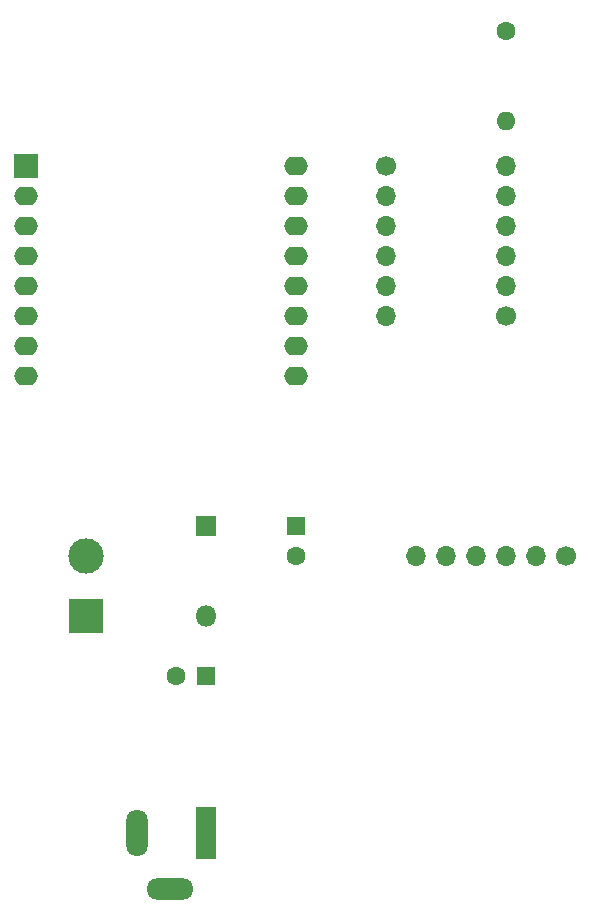
<source format=gbs>
%TF.GenerationSoftware,KiCad,Pcbnew,5.1.10*%
%TF.CreationDate,2021-10-31T13:45:51+01:00*%
%TF.ProjectId,binaryclock,62696e61-7279-4636-9c6f-636b2e6b6963,rev?*%
%TF.SameCoordinates,Original*%
%TF.FileFunction,Soldermask,Bot*%
%TF.FilePolarity,Negative*%
%FSLAX46Y46*%
G04 Gerber Fmt 4.6, Leading zero omitted, Abs format (unit mm)*
G04 Created by KiCad (PCBNEW 5.1.10) date 2021-10-31 13:45:51*
%MOMM*%
%LPD*%
G01*
G04 APERTURE LIST*
%ADD10O,1.700000X1.700000*%
%ADD11C,1.700000*%
%ADD12C,1.600000*%
%ADD13R,1.600000X1.600000*%
%ADD14R,1.800000X1.800000*%
%ADD15O,1.800000X1.800000*%
%ADD16O,4.000000X1.800000*%
%ADD17O,1.800000X4.000000*%
%ADD18R,1.800000X4.400000*%
%ADD19C,3.000000*%
%ADD20R,3.000000X3.000000*%
%ADD21O,1.600000X1.600000*%
%ADD22O,2.000000X1.600000*%
%ADD23R,2.000000X2.000000*%
G04 APERTURE END LIST*
D10*
%TO.C,J5*%
X71120000Y-86360000D03*
X73660000Y-86360000D03*
X76200000Y-86360000D03*
X78740000Y-86360000D03*
X81280000Y-86360000D03*
D11*
X83820000Y-86360000D03*
%TD*%
D12*
%TO.C,C1*%
X50840000Y-96520000D03*
D13*
X53340000Y-96520000D03*
%TD*%
%TO.C,C2*%
X60960000Y-83820000D03*
D12*
X60960000Y-86320000D03*
%TD*%
D14*
%TO.C,D1*%
X53340000Y-83820000D03*
D15*
X53340000Y-91440000D03*
%TD*%
D16*
%TO.C,J1*%
X50340000Y-114553400D03*
D17*
X47540000Y-109753400D03*
D18*
X53340000Y-109753400D03*
%TD*%
D19*
%TO.C,J2*%
X43180000Y-86360000D03*
D20*
X43180000Y-91440000D03*
%TD*%
D10*
%TO.C,J3*%
X68580000Y-66040000D03*
X68580000Y-63500000D03*
X68580000Y-60960000D03*
X68580000Y-58420000D03*
X68580000Y-55880000D03*
D11*
X68580000Y-53340000D03*
%TD*%
%TO.C,J4*%
X78740000Y-66040000D03*
D10*
X78740000Y-63500000D03*
X78740000Y-60960000D03*
X78740000Y-58420000D03*
X78740000Y-55880000D03*
X78740000Y-53340000D03*
%TD*%
D12*
%TO.C,R1*%
X78740000Y-41910000D03*
D21*
X78740000Y-49530000D03*
%TD*%
D22*
%TO.C,U1*%
X38100000Y-55880000D03*
D23*
X38100000Y-53340000D03*
D22*
X38100000Y-58420000D03*
X38100000Y-60960000D03*
X38100000Y-63500000D03*
X38100000Y-66040000D03*
X38100000Y-68580000D03*
X38100000Y-71120000D03*
X60960000Y-71120000D03*
X60960000Y-68580000D03*
X60960000Y-66040000D03*
X60960000Y-63500000D03*
X60960000Y-60960000D03*
X60960000Y-58420000D03*
X60960000Y-55880000D03*
X60960000Y-53340000D03*
%TD*%
M02*

</source>
